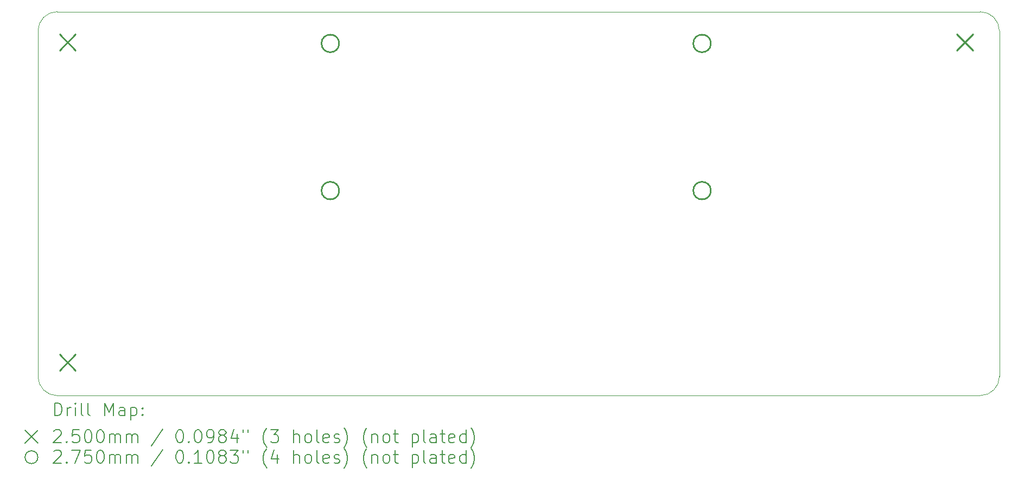
<source format=gbr>
%TF.GenerationSoftware,KiCad,Pcbnew,9.0.2*%
%TF.CreationDate,2025-06-30T23:43:06-04:00*%
%TF.ProjectId,GamePad_Zero,47616d65-5061-4645-9f5a-65726f2e6b69,rev?*%
%TF.SameCoordinates,Original*%
%TF.FileFunction,Drillmap*%
%TF.FilePolarity,Positive*%
%FSLAX45Y45*%
G04 Gerber Fmt 4.5, Leading zero omitted, Abs format (unit mm)*
G04 Created by KiCad (PCBNEW 9.0.2) date 2025-06-30 23:43:06*
%MOMM*%
%LPD*%
G01*
G04 APERTURE LIST*
%ADD10C,0.050000*%
%ADD11C,0.200000*%
%ADD12C,0.250000*%
%ADD13C,0.275000*%
G04 APERTURE END LIST*
D10*
X339125Y-6020625D02*
G75*
G02*
X39125Y-5720625I0J300000D01*
G01*
X39125Y-320625D02*
G75*
G02*
X339125Y-20625I300000J0D01*
G01*
X15039125Y-320625D02*
X15039125Y-5720625D01*
X14739125Y-6020625D02*
X339125Y-6020625D01*
X15039125Y-5720625D02*
G75*
G02*
X14739125Y-6020625I-300005J5D01*
G01*
X339125Y-20625D02*
X14739125Y-20625D01*
X39125Y-5720625D02*
X39125Y-320625D01*
X14739125Y-20625D02*
G75*
G02*
X15039125Y-320625I-5J-300005D01*
G01*
D11*
D12*
X375000Y-375000D02*
X625000Y-625000D01*
X625000Y-375000D02*
X375000Y-625000D01*
X375000Y-5375000D02*
X625000Y-5625000D01*
X625000Y-5375000D02*
X375000Y-5625000D01*
X14375000Y-375000D02*
X14625000Y-625000D01*
X14625000Y-375000D02*
X14375000Y-625000D01*
D13*
X4737500Y-516875D02*
G75*
G02*
X4462500Y-516875I-137500J0D01*
G01*
X4462500Y-516875D02*
G75*
G02*
X4737500Y-516875I137500J0D01*
G01*
X4737500Y-2816875D02*
G75*
G02*
X4462500Y-2816875I-137500J0D01*
G01*
X4462500Y-2816875D02*
G75*
G02*
X4737500Y-2816875I137500J0D01*
G01*
X10537500Y-516875D02*
G75*
G02*
X10262500Y-516875I-137500J0D01*
G01*
X10262500Y-516875D02*
G75*
G02*
X10537500Y-516875I137500J0D01*
G01*
X10537500Y-2816875D02*
G75*
G02*
X10262500Y-2816875I-137500J0D01*
G01*
X10262500Y-2816875D02*
G75*
G02*
X10537500Y-2816875I137500J0D01*
G01*
D11*
X297402Y-6334609D02*
X297402Y-6134609D01*
X297402Y-6134609D02*
X345021Y-6134609D01*
X345021Y-6134609D02*
X373592Y-6144133D01*
X373592Y-6144133D02*
X392640Y-6163180D01*
X392640Y-6163180D02*
X402164Y-6182228D01*
X402164Y-6182228D02*
X411687Y-6220323D01*
X411687Y-6220323D02*
X411687Y-6248894D01*
X411687Y-6248894D02*
X402164Y-6286990D01*
X402164Y-6286990D02*
X392640Y-6306037D01*
X392640Y-6306037D02*
X373592Y-6325085D01*
X373592Y-6325085D02*
X345021Y-6334609D01*
X345021Y-6334609D02*
X297402Y-6334609D01*
X497402Y-6334609D02*
X497402Y-6201275D01*
X497402Y-6239371D02*
X506926Y-6220323D01*
X506926Y-6220323D02*
X516449Y-6210799D01*
X516449Y-6210799D02*
X535497Y-6201275D01*
X535497Y-6201275D02*
X554545Y-6201275D01*
X621211Y-6334609D02*
X621211Y-6201275D01*
X621211Y-6134609D02*
X611688Y-6144133D01*
X611688Y-6144133D02*
X621211Y-6153656D01*
X621211Y-6153656D02*
X630735Y-6144133D01*
X630735Y-6144133D02*
X621211Y-6134609D01*
X621211Y-6134609D02*
X621211Y-6153656D01*
X745021Y-6334609D02*
X725973Y-6325085D01*
X725973Y-6325085D02*
X716449Y-6306037D01*
X716449Y-6306037D02*
X716449Y-6134609D01*
X849783Y-6334609D02*
X830735Y-6325085D01*
X830735Y-6325085D02*
X821211Y-6306037D01*
X821211Y-6306037D02*
X821211Y-6134609D01*
X1078354Y-6334609D02*
X1078354Y-6134609D01*
X1078354Y-6134609D02*
X1145021Y-6277466D01*
X1145021Y-6277466D02*
X1211688Y-6134609D01*
X1211688Y-6134609D02*
X1211688Y-6334609D01*
X1392640Y-6334609D02*
X1392640Y-6229847D01*
X1392640Y-6229847D02*
X1383116Y-6210799D01*
X1383116Y-6210799D02*
X1364069Y-6201275D01*
X1364069Y-6201275D02*
X1325973Y-6201275D01*
X1325973Y-6201275D02*
X1306926Y-6210799D01*
X1392640Y-6325085D02*
X1373592Y-6334609D01*
X1373592Y-6334609D02*
X1325973Y-6334609D01*
X1325973Y-6334609D02*
X1306926Y-6325085D01*
X1306926Y-6325085D02*
X1297402Y-6306037D01*
X1297402Y-6306037D02*
X1297402Y-6286990D01*
X1297402Y-6286990D02*
X1306926Y-6267942D01*
X1306926Y-6267942D02*
X1325973Y-6258418D01*
X1325973Y-6258418D02*
X1373592Y-6258418D01*
X1373592Y-6258418D02*
X1392640Y-6248894D01*
X1487878Y-6201275D02*
X1487878Y-6401275D01*
X1487878Y-6210799D02*
X1506926Y-6201275D01*
X1506926Y-6201275D02*
X1545021Y-6201275D01*
X1545021Y-6201275D02*
X1564068Y-6210799D01*
X1564068Y-6210799D02*
X1573592Y-6220323D01*
X1573592Y-6220323D02*
X1583116Y-6239371D01*
X1583116Y-6239371D02*
X1583116Y-6296513D01*
X1583116Y-6296513D02*
X1573592Y-6315561D01*
X1573592Y-6315561D02*
X1564068Y-6325085D01*
X1564068Y-6325085D02*
X1545021Y-6334609D01*
X1545021Y-6334609D02*
X1506926Y-6334609D01*
X1506926Y-6334609D02*
X1487878Y-6325085D01*
X1668830Y-6315561D02*
X1678354Y-6325085D01*
X1678354Y-6325085D02*
X1668830Y-6334609D01*
X1668830Y-6334609D02*
X1659307Y-6325085D01*
X1659307Y-6325085D02*
X1668830Y-6315561D01*
X1668830Y-6315561D02*
X1668830Y-6334609D01*
X1668830Y-6210799D02*
X1678354Y-6220323D01*
X1678354Y-6220323D02*
X1668830Y-6229847D01*
X1668830Y-6229847D02*
X1659307Y-6220323D01*
X1659307Y-6220323D02*
X1668830Y-6210799D01*
X1668830Y-6210799D02*
X1668830Y-6229847D01*
X-163375Y-6563125D02*
X36625Y-6763125D01*
X36625Y-6563125D02*
X-163375Y-6763125D01*
X287878Y-6573656D02*
X297402Y-6564133D01*
X297402Y-6564133D02*
X316449Y-6554609D01*
X316449Y-6554609D02*
X364068Y-6554609D01*
X364068Y-6554609D02*
X383116Y-6564133D01*
X383116Y-6564133D02*
X392640Y-6573656D01*
X392640Y-6573656D02*
X402164Y-6592704D01*
X402164Y-6592704D02*
X402164Y-6611752D01*
X402164Y-6611752D02*
X392640Y-6640323D01*
X392640Y-6640323D02*
X278354Y-6754609D01*
X278354Y-6754609D02*
X402164Y-6754609D01*
X487878Y-6735561D02*
X497402Y-6745085D01*
X497402Y-6745085D02*
X487878Y-6754609D01*
X487878Y-6754609D02*
X478354Y-6745085D01*
X478354Y-6745085D02*
X487878Y-6735561D01*
X487878Y-6735561D02*
X487878Y-6754609D01*
X678354Y-6554609D02*
X583116Y-6554609D01*
X583116Y-6554609D02*
X573592Y-6649847D01*
X573592Y-6649847D02*
X583116Y-6640323D01*
X583116Y-6640323D02*
X602164Y-6630799D01*
X602164Y-6630799D02*
X649783Y-6630799D01*
X649783Y-6630799D02*
X668830Y-6640323D01*
X668830Y-6640323D02*
X678354Y-6649847D01*
X678354Y-6649847D02*
X687878Y-6668894D01*
X687878Y-6668894D02*
X687878Y-6716513D01*
X687878Y-6716513D02*
X678354Y-6735561D01*
X678354Y-6735561D02*
X668830Y-6745085D01*
X668830Y-6745085D02*
X649783Y-6754609D01*
X649783Y-6754609D02*
X602164Y-6754609D01*
X602164Y-6754609D02*
X583116Y-6745085D01*
X583116Y-6745085D02*
X573592Y-6735561D01*
X811687Y-6554609D02*
X830735Y-6554609D01*
X830735Y-6554609D02*
X849783Y-6564133D01*
X849783Y-6564133D02*
X859307Y-6573656D01*
X859307Y-6573656D02*
X868830Y-6592704D01*
X868830Y-6592704D02*
X878354Y-6630799D01*
X878354Y-6630799D02*
X878354Y-6678418D01*
X878354Y-6678418D02*
X868830Y-6716513D01*
X868830Y-6716513D02*
X859307Y-6735561D01*
X859307Y-6735561D02*
X849783Y-6745085D01*
X849783Y-6745085D02*
X830735Y-6754609D01*
X830735Y-6754609D02*
X811687Y-6754609D01*
X811687Y-6754609D02*
X792640Y-6745085D01*
X792640Y-6745085D02*
X783116Y-6735561D01*
X783116Y-6735561D02*
X773592Y-6716513D01*
X773592Y-6716513D02*
X764068Y-6678418D01*
X764068Y-6678418D02*
X764068Y-6630799D01*
X764068Y-6630799D02*
X773592Y-6592704D01*
X773592Y-6592704D02*
X783116Y-6573656D01*
X783116Y-6573656D02*
X792640Y-6564133D01*
X792640Y-6564133D02*
X811687Y-6554609D01*
X1002164Y-6554609D02*
X1021211Y-6554609D01*
X1021211Y-6554609D02*
X1040259Y-6564133D01*
X1040259Y-6564133D02*
X1049783Y-6573656D01*
X1049783Y-6573656D02*
X1059307Y-6592704D01*
X1059307Y-6592704D02*
X1068830Y-6630799D01*
X1068830Y-6630799D02*
X1068830Y-6678418D01*
X1068830Y-6678418D02*
X1059307Y-6716513D01*
X1059307Y-6716513D02*
X1049783Y-6735561D01*
X1049783Y-6735561D02*
X1040259Y-6745085D01*
X1040259Y-6745085D02*
X1021211Y-6754609D01*
X1021211Y-6754609D02*
X1002164Y-6754609D01*
X1002164Y-6754609D02*
X983116Y-6745085D01*
X983116Y-6745085D02*
X973592Y-6735561D01*
X973592Y-6735561D02*
X964068Y-6716513D01*
X964068Y-6716513D02*
X954545Y-6678418D01*
X954545Y-6678418D02*
X954545Y-6630799D01*
X954545Y-6630799D02*
X964068Y-6592704D01*
X964068Y-6592704D02*
X973592Y-6573656D01*
X973592Y-6573656D02*
X983116Y-6564133D01*
X983116Y-6564133D02*
X1002164Y-6554609D01*
X1154545Y-6754609D02*
X1154545Y-6621275D01*
X1154545Y-6640323D02*
X1164069Y-6630799D01*
X1164069Y-6630799D02*
X1183116Y-6621275D01*
X1183116Y-6621275D02*
X1211688Y-6621275D01*
X1211688Y-6621275D02*
X1230735Y-6630799D01*
X1230735Y-6630799D02*
X1240259Y-6649847D01*
X1240259Y-6649847D02*
X1240259Y-6754609D01*
X1240259Y-6649847D02*
X1249783Y-6630799D01*
X1249783Y-6630799D02*
X1268830Y-6621275D01*
X1268830Y-6621275D02*
X1297402Y-6621275D01*
X1297402Y-6621275D02*
X1316450Y-6630799D01*
X1316450Y-6630799D02*
X1325973Y-6649847D01*
X1325973Y-6649847D02*
X1325973Y-6754609D01*
X1421211Y-6754609D02*
X1421211Y-6621275D01*
X1421211Y-6640323D02*
X1430735Y-6630799D01*
X1430735Y-6630799D02*
X1449783Y-6621275D01*
X1449783Y-6621275D02*
X1478354Y-6621275D01*
X1478354Y-6621275D02*
X1497402Y-6630799D01*
X1497402Y-6630799D02*
X1506926Y-6649847D01*
X1506926Y-6649847D02*
X1506926Y-6754609D01*
X1506926Y-6649847D02*
X1516449Y-6630799D01*
X1516449Y-6630799D02*
X1535497Y-6621275D01*
X1535497Y-6621275D02*
X1564068Y-6621275D01*
X1564068Y-6621275D02*
X1583116Y-6630799D01*
X1583116Y-6630799D02*
X1592640Y-6649847D01*
X1592640Y-6649847D02*
X1592640Y-6754609D01*
X1983116Y-6545085D02*
X1811688Y-6802228D01*
X2240259Y-6554609D02*
X2259307Y-6554609D01*
X2259307Y-6554609D02*
X2278354Y-6564133D01*
X2278354Y-6564133D02*
X2287878Y-6573656D01*
X2287878Y-6573656D02*
X2297402Y-6592704D01*
X2297402Y-6592704D02*
X2306926Y-6630799D01*
X2306926Y-6630799D02*
X2306926Y-6678418D01*
X2306926Y-6678418D02*
X2297402Y-6716513D01*
X2297402Y-6716513D02*
X2287878Y-6735561D01*
X2287878Y-6735561D02*
X2278354Y-6745085D01*
X2278354Y-6745085D02*
X2259307Y-6754609D01*
X2259307Y-6754609D02*
X2240259Y-6754609D01*
X2240259Y-6754609D02*
X2221212Y-6745085D01*
X2221212Y-6745085D02*
X2211688Y-6735561D01*
X2211688Y-6735561D02*
X2202164Y-6716513D01*
X2202164Y-6716513D02*
X2192640Y-6678418D01*
X2192640Y-6678418D02*
X2192640Y-6630799D01*
X2192640Y-6630799D02*
X2202164Y-6592704D01*
X2202164Y-6592704D02*
X2211688Y-6573656D01*
X2211688Y-6573656D02*
X2221212Y-6564133D01*
X2221212Y-6564133D02*
X2240259Y-6554609D01*
X2392640Y-6735561D02*
X2402164Y-6745085D01*
X2402164Y-6745085D02*
X2392640Y-6754609D01*
X2392640Y-6754609D02*
X2383116Y-6745085D01*
X2383116Y-6745085D02*
X2392640Y-6735561D01*
X2392640Y-6735561D02*
X2392640Y-6754609D01*
X2525973Y-6554609D02*
X2545021Y-6554609D01*
X2545021Y-6554609D02*
X2564069Y-6564133D01*
X2564069Y-6564133D02*
X2573593Y-6573656D01*
X2573593Y-6573656D02*
X2583116Y-6592704D01*
X2583116Y-6592704D02*
X2592640Y-6630799D01*
X2592640Y-6630799D02*
X2592640Y-6678418D01*
X2592640Y-6678418D02*
X2583116Y-6716513D01*
X2583116Y-6716513D02*
X2573593Y-6735561D01*
X2573593Y-6735561D02*
X2564069Y-6745085D01*
X2564069Y-6745085D02*
X2545021Y-6754609D01*
X2545021Y-6754609D02*
X2525973Y-6754609D01*
X2525973Y-6754609D02*
X2506926Y-6745085D01*
X2506926Y-6745085D02*
X2497402Y-6735561D01*
X2497402Y-6735561D02*
X2487878Y-6716513D01*
X2487878Y-6716513D02*
X2478354Y-6678418D01*
X2478354Y-6678418D02*
X2478354Y-6630799D01*
X2478354Y-6630799D02*
X2487878Y-6592704D01*
X2487878Y-6592704D02*
X2497402Y-6573656D01*
X2497402Y-6573656D02*
X2506926Y-6564133D01*
X2506926Y-6564133D02*
X2525973Y-6554609D01*
X2687878Y-6754609D02*
X2725973Y-6754609D01*
X2725973Y-6754609D02*
X2745021Y-6745085D01*
X2745021Y-6745085D02*
X2754545Y-6735561D01*
X2754545Y-6735561D02*
X2773593Y-6706990D01*
X2773593Y-6706990D02*
X2783116Y-6668894D01*
X2783116Y-6668894D02*
X2783116Y-6592704D01*
X2783116Y-6592704D02*
X2773593Y-6573656D01*
X2773593Y-6573656D02*
X2764069Y-6564133D01*
X2764069Y-6564133D02*
X2745021Y-6554609D01*
X2745021Y-6554609D02*
X2706926Y-6554609D01*
X2706926Y-6554609D02*
X2687878Y-6564133D01*
X2687878Y-6564133D02*
X2678354Y-6573656D01*
X2678354Y-6573656D02*
X2668831Y-6592704D01*
X2668831Y-6592704D02*
X2668831Y-6640323D01*
X2668831Y-6640323D02*
X2678354Y-6659371D01*
X2678354Y-6659371D02*
X2687878Y-6668894D01*
X2687878Y-6668894D02*
X2706926Y-6678418D01*
X2706926Y-6678418D02*
X2745021Y-6678418D01*
X2745021Y-6678418D02*
X2764069Y-6668894D01*
X2764069Y-6668894D02*
X2773593Y-6659371D01*
X2773593Y-6659371D02*
X2783116Y-6640323D01*
X2897402Y-6640323D02*
X2878354Y-6630799D01*
X2878354Y-6630799D02*
X2868831Y-6621275D01*
X2868831Y-6621275D02*
X2859307Y-6602228D01*
X2859307Y-6602228D02*
X2859307Y-6592704D01*
X2859307Y-6592704D02*
X2868831Y-6573656D01*
X2868831Y-6573656D02*
X2878354Y-6564133D01*
X2878354Y-6564133D02*
X2897402Y-6554609D01*
X2897402Y-6554609D02*
X2935497Y-6554609D01*
X2935497Y-6554609D02*
X2954545Y-6564133D01*
X2954545Y-6564133D02*
X2964069Y-6573656D01*
X2964069Y-6573656D02*
X2973592Y-6592704D01*
X2973592Y-6592704D02*
X2973592Y-6602228D01*
X2973592Y-6602228D02*
X2964069Y-6621275D01*
X2964069Y-6621275D02*
X2954545Y-6630799D01*
X2954545Y-6630799D02*
X2935497Y-6640323D01*
X2935497Y-6640323D02*
X2897402Y-6640323D01*
X2897402Y-6640323D02*
X2878354Y-6649847D01*
X2878354Y-6649847D02*
X2868831Y-6659371D01*
X2868831Y-6659371D02*
X2859307Y-6678418D01*
X2859307Y-6678418D02*
X2859307Y-6716513D01*
X2859307Y-6716513D02*
X2868831Y-6735561D01*
X2868831Y-6735561D02*
X2878354Y-6745085D01*
X2878354Y-6745085D02*
X2897402Y-6754609D01*
X2897402Y-6754609D02*
X2935497Y-6754609D01*
X2935497Y-6754609D02*
X2954545Y-6745085D01*
X2954545Y-6745085D02*
X2964069Y-6735561D01*
X2964069Y-6735561D02*
X2973592Y-6716513D01*
X2973592Y-6716513D02*
X2973592Y-6678418D01*
X2973592Y-6678418D02*
X2964069Y-6659371D01*
X2964069Y-6659371D02*
X2954545Y-6649847D01*
X2954545Y-6649847D02*
X2935497Y-6640323D01*
X3145021Y-6621275D02*
X3145021Y-6754609D01*
X3097402Y-6545085D02*
X3049783Y-6687942D01*
X3049783Y-6687942D02*
X3173592Y-6687942D01*
X3240259Y-6554609D02*
X3240259Y-6592704D01*
X3316450Y-6554609D02*
X3316450Y-6592704D01*
X3611688Y-6830799D02*
X3602164Y-6821275D01*
X3602164Y-6821275D02*
X3583116Y-6792704D01*
X3583116Y-6792704D02*
X3573593Y-6773656D01*
X3573593Y-6773656D02*
X3564069Y-6745085D01*
X3564069Y-6745085D02*
X3554545Y-6697466D01*
X3554545Y-6697466D02*
X3554545Y-6659371D01*
X3554545Y-6659371D02*
X3564069Y-6611752D01*
X3564069Y-6611752D02*
X3573593Y-6583180D01*
X3573593Y-6583180D02*
X3583116Y-6564133D01*
X3583116Y-6564133D02*
X3602164Y-6535561D01*
X3602164Y-6535561D02*
X3611688Y-6526037D01*
X3668831Y-6554609D02*
X3792640Y-6554609D01*
X3792640Y-6554609D02*
X3725973Y-6630799D01*
X3725973Y-6630799D02*
X3754545Y-6630799D01*
X3754545Y-6630799D02*
X3773593Y-6640323D01*
X3773593Y-6640323D02*
X3783116Y-6649847D01*
X3783116Y-6649847D02*
X3792640Y-6668894D01*
X3792640Y-6668894D02*
X3792640Y-6716513D01*
X3792640Y-6716513D02*
X3783116Y-6735561D01*
X3783116Y-6735561D02*
X3773593Y-6745085D01*
X3773593Y-6745085D02*
X3754545Y-6754609D01*
X3754545Y-6754609D02*
X3697402Y-6754609D01*
X3697402Y-6754609D02*
X3678354Y-6745085D01*
X3678354Y-6745085D02*
X3668831Y-6735561D01*
X4030735Y-6754609D02*
X4030735Y-6554609D01*
X4116450Y-6754609D02*
X4116450Y-6649847D01*
X4116450Y-6649847D02*
X4106926Y-6630799D01*
X4106926Y-6630799D02*
X4087878Y-6621275D01*
X4087878Y-6621275D02*
X4059307Y-6621275D01*
X4059307Y-6621275D02*
X4040259Y-6630799D01*
X4040259Y-6630799D02*
X4030735Y-6640323D01*
X4240259Y-6754609D02*
X4221212Y-6745085D01*
X4221212Y-6745085D02*
X4211688Y-6735561D01*
X4211688Y-6735561D02*
X4202164Y-6716513D01*
X4202164Y-6716513D02*
X4202164Y-6659371D01*
X4202164Y-6659371D02*
X4211688Y-6640323D01*
X4211688Y-6640323D02*
X4221212Y-6630799D01*
X4221212Y-6630799D02*
X4240259Y-6621275D01*
X4240259Y-6621275D02*
X4268831Y-6621275D01*
X4268831Y-6621275D02*
X4287878Y-6630799D01*
X4287878Y-6630799D02*
X4297402Y-6640323D01*
X4297402Y-6640323D02*
X4306926Y-6659371D01*
X4306926Y-6659371D02*
X4306926Y-6716513D01*
X4306926Y-6716513D02*
X4297402Y-6735561D01*
X4297402Y-6735561D02*
X4287878Y-6745085D01*
X4287878Y-6745085D02*
X4268831Y-6754609D01*
X4268831Y-6754609D02*
X4240259Y-6754609D01*
X4421212Y-6754609D02*
X4402164Y-6745085D01*
X4402164Y-6745085D02*
X4392640Y-6726037D01*
X4392640Y-6726037D02*
X4392640Y-6554609D01*
X4573593Y-6745085D02*
X4554545Y-6754609D01*
X4554545Y-6754609D02*
X4516450Y-6754609D01*
X4516450Y-6754609D02*
X4497402Y-6745085D01*
X4497402Y-6745085D02*
X4487878Y-6726037D01*
X4487878Y-6726037D02*
X4487878Y-6649847D01*
X4487878Y-6649847D02*
X4497402Y-6630799D01*
X4497402Y-6630799D02*
X4516450Y-6621275D01*
X4516450Y-6621275D02*
X4554545Y-6621275D01*
X4554545Y-6621275D02*
X4573593Y-6630799D01*
X4573593Y-6630799D02*
X4583117Y-6649847D01*
X4583117Y-6649847D02*
X4583117Y-6668894D01*
X4583117Y-6668894D02*
X4487878Y-6687942D01*
X4659307Y-6745085D02*
X4678355Y-6754609D01*
X4678355Y-6754609D02*
X4716450Y-6754609D01*
X4716450Y-6754609D02*
X4735498Y-6745085D01*
X4735498Y-6745085D02*
X4745021Y-6726037D01*
X4745021Y-6726037D02*
X4745021Y-6716513D01*
X4745021Y-6716513D02*
X4735498Y-6697466D01*
X4735498Y-6697466D02*
X4716450Y-6687942D01*
X4716450Y-6687942D02*
X4687878Y-6687942D01*
X4687878Y-6687942D02*
X4668831Y-6678418D01*
X4668831Y-6678418D02*
X4659307Y-6659371D01*
X4659307Y-6659371D02*
X4659307Y-6649847D01*
X4659307Y-6649847D02*
X4668831Y-6630799D01*
X4668831Y-6630799D02*
X4687878Y-6621275D01*
X4687878Y-6621275D02*
X4716450Y-6621275D01*
X4716450Y-6621275D02*
X4735498Y-6630799D01*
X4811688Y-6830799D02*
X4821212Y-6821275D01*
X4821212Y-6821275D02*
X4840259Y-6792704D01*
X4840259Y-6792704D02*
X4849783Y-6773656D01*
X4849783Y-6773656D02*
X4859307Y-6745085D01*
X4859307Y-6745085D02*
X4868831Y-6697466D01*
X4868831Y-6697466D02*
X4868831Y-6659371D01*
X4868831Y-6659371D02*
X4859307Y-6611752D01*
X4859307Y-6611752D02*
X4849783Y-6583180D01*
X4849783Y-6583180D02*
X4840259Y-6564133D01*
X4840259Y-6564133D02*
X4821212Y-6535561D01*
X4821212Y-6535561D02*
X4811688Y-6526037D01*
X5173593Y-6830799D02*
X5164069Y-6821275D01*
X5164069Y-6821275D02*
X5145021Y-6792704D01*
X5145021Y-6792704D02*
X5135498Y-6773656D01*
X5135498Y-6773656D02*
X5125974Y-6745085D01*
X5125974Y-6745085D02*
X5116450Y-6697466D01*
X5116450Y-6697466D02*
X5116450Y-6659371D01*
X5116450Y-6659371D02*
X5125974Y-6611752D01*
X5125974Y-6611752D02*
X5135498Y-6583180D01*
X5135498Y-6583180D02*
X5145021Y-6564133D01*
X5145021Y-6564133D02*
X5164069Y-6535561D01*
X5164069Y-6535561D02*
X5173593Y-6526037D01*
X5249783Y-6621275D02*
X5249783Y-6754609D01*
X5249783Y-6640323D02*
X5259307Y-6630799D01*
X5259307Y-6630799D02*
X5278355Y-6621275D01*
X5278355Y-6621275D02*
X5306926Y-6621275D01*
X5306926Y-6621275D02*
X5325974Y-6630799D01*
X5325974Y-6630799D02*
X5335498Y-6649847D01*
X5335498Y-6649847D02*
X5335498Y-6754609D01*
X5459307Y-6754609D02*
X5440259Y-6745085D01*
X5440259Y-6745085D02*
X5430736Y-6735561D01*
X5430736Y-6735561D02*
X5421212Y-6716513D01*
X5421212Y-6716513D02*
X5421212Y-6659371D01*
X5421212Y-6659371D02*
X5430736Y-6640323D01*
X5430736Y-6640323D02*
X5440259Y-6630799D01*
X5440259Y-6630799D02*
X5459307Y-6621275D01*
X5459307Y-6621275D02*
X5487879Y-6621275D01*
X5487879Y-6621275D02*
X5506926Y-6630799D01*
X5506926Y-6630799D02*
X5516450Y-6640323D01*
X5516450Y-6640323D02*
X5525974Y-6659371D01*
X5525974Y-6659371D02*
X5525974Y-6716513D01*
X5525974Y-6716513D02*
X5516450Y-6735561D01*
X5516450Y-6735561D02*
X5506926Y-6745085D01*
X5506926Y-6745085D02*
X5487879Y-6754609D01*
X5487879Y-6754609D02*
X5459307Y-6754609D01*
X5583117Y-6621275D02*
X5659307Y-6621275D01*
X5611688Y-6554609D02*
X5611688Y-6726037D01*
X5611688Y-6726037D02*
X5621212Y-6745085D01*
X5621212Y-6745085D02*
X5640259Y-6754609D01*
X5640259Y-6754609D02*
X5659307Y-6754609D01*
X5878355Y-6621275D02*
X5878355Y-6821275D01*
X5878355Y-6630799D02*
X5897402Y-6621275D01*
X5897402Y-6621275D02*
X5935498Y-6621275D01*
X5935498Y-6621275D02*
X5954545Y-6630799D01*
X5954545Y-6630799D02*
X5964069Y-6640323D01*
X5964069Y-6640323D02*
X5973593Y-6659371D01*
X5973593Y-6659371D02*
X5973593Y-6716513D01*
X5973593Y-6716513D02*
X5964069Y-6735561D01*
X5964069Y-6735561D02*
X5954545Y-6745085D01*
X5954545Y-6745085D02*
X5935498Y-6754609D01*
X5935498Y-6754609D02*
X5897402Y-6754609D01*
X5897402Y-6754609D02*
X5878355Y-6745085D01*
X6087878Y-6754609D02*
X6068831Y-6745085D01*
X6068831Y-6745085D02*
X6059307Y-6726037D01*
X6059307Y-6726037D02*
X6059307Y-6554609D01*
X6249783Y-6754609D02*
X6249783Y-6649847D01*
X6249783Y-6649847D02*
X6240259Y-6630799D01*
X6240259Y-6630799D02*
X6221212Y-6621275D01*
X6221212Y-6621275D02*
X6183117Y-6621275D01*
X6183117Y-6621275D02*
X6164069Y-6630799D01*
X6249783Y-6745085D02*
X6230736Y-6754609D01*
X6230736Y-6754609D02*
X6183117Y-6754609D01*
X6183117Y-6754609D02*
X6164069Y-6745085D01*
X6164069Y-6745085D02*
X6154545Y-6726037D01*
X6154545Y-6726037D02*
X6154545Y-6706990D01*
X6154545Y-6706990D02*
X6164069Y-6687942D01*
X6164069Y-6687942D02*
X6183117Y-6678418D01*
X6183117Y-6678418D02*
X6230736Y-6678418D01*
X6230736Y-6678418D02*
X6249783Y-6668894D01*
X6316450Y-6621275D02*
X6392640Y-6621275D01*
X6345021Y-6554609D02*
X6345021Y-6726037D01*
X6345021Y-6726037D02*
X6354545Y-6745085D01*
X6354545Y-6745085D02*
X6373593Y-6754609D01*
X6373593Y-6754609D02*
X6392640Y-6754609D01*
X6535498Y-6745085D02*
X6516450Y-6754609D01*
X6516450Y-6754609D02*
X6478355Y-6754609D01*
X6478355Y-6754609D02*
X6459307Y-6745085D01*
X6459307Y-6745085D02*
X6449783Y-6726037D01*
X6449783Y-6726037D02*
X6449783Y-6649847D01*
X6449783Y-6649847D02*
X6459307Y-6630799D01*
X6459307Y-6630799D02*
X6478355Y-6621275D01*
X6478355Y-6621275D02*
X6516450Y-6621275D01*
X6516450Y-6621275D02*
X6535498Y-6630799D01*
X6535498Y-6630799D02*
X6545021Y-6649847D01*
X6545021Y-6649847D02*
X6545021Y-6668894D01*
X6545021Y-6668894D02*
X6449783Y-6687942D01*
X6716450Y-6754609D02*
X6716450Y-6554609D01*
X6716450Y-6745085D02*
X6697402Y-6754609D01*
X6697402Y-6754609D02*
X6659307Y-6754609D01*
X6659307Y-6754609D02*
X6640259Y-6745085D01*
X6640259Y-6745085D02*
X6630736Y-6735561D01*
X6630736Y-6735561D02*
X6621212Y-6716513D01*
X6621212Y-6716513D02*
X6621212Y-6659371D01*
X6621212Y-6659371D02*
X6630736Y-6640323D01*
X6630736Y-6640323D02*
X6640259Y-6630799D01*
X6640259Y-6630799D02*
X6659307Y-6621275D01*
X6659307Y-6621275D02*
X6697402Y-6621275D01*
X6697402Y-6621275D02*
X6716450Y-6630799D01*
X6792640Y-6830799D02*
X6802164Y-6821275D01*
X6802164Y-6821275D02*
X6821212Y-6792704D01*
X6821212Y-6792704D02*
X6830736Y-6773656D01*
X6830736Y-6773656D02*
X6840259Y-6745085D01*
X6840259Y-6745085D02*
X6849783Y-6697466D01*
X6849783Y-6697466D02*
X6849783Y-6659371D01*
X6849783Y-6659371D02*
X6840259Y-6611752D01*
X6840259Y-6611752D02*
X6830736Y-6583180D01*
X6830736Y-6583180D02*
X6821212Y-6564133D01*
X6821212Y-6564133D02*
X6802164Y-6535561D01*
X6802164Y-6535561D02*
X6792640Y-6526037D01*
X36625Y-6983125D02*
G75*
G02*
X-163375Y-6983125I-100000J0D01*
G01*
X-163375Y-6983125D02*
G75*
G02*
X36625Y-6983125I100000J0D01*
G01*
X287878Y-6893656D02*
X297402Y-6884133D01*
X297402Y-6884133D02*
X316449Y-6874609D01*
X316449Y-6874609D02*
X364068Y-6874609D01*
X364068Y-6874609D02*
X383116Y-6884133D01*
X383116Y-6884133D02*
X392640Y-6893656D01*
X392640Y-6893656D02*
X402164Y-6912704D01*
X402164Y-6912704D02*
X402164Y-6931752D01*
X402164Y-6931752D02*
X392640Y-6960323D01*
X392640Y-6960323D02*
X278354Y-7074609D01*
X278354Y-7074609D02*
X402164Y-7074609D01*
X487878Y-7055561D02*
X497402Y-7065085D01*
X497402Y-7065085D02*
X487878Y-7074609D01*
X487878Y-7074609D02*
X478354Y-7065085D01*
X478354Y-7065085D02*
X487878Y-7055561D01*
X487878Y-7055561D02*
X487878Y-7074609D01*
X564069Y-6874609D02*
X697402Y-6874609D01*
X697402Y-6874609D02*
X611688Y-7074609D01*
X868830Y-6874609D02*
X773592Y-6874609D01*
X773592Y-6874609D02*
X764068Y-6969847D01*
X764068Y-6969847D02*
X773592Y-6960323D01*
X773592Y-6960323D02*
X792640Y-6950799D01*
X792640Y-6950799D02*
X840259Y-6950799D01*
X840259Y-6950799D02*
X859307Y-6960323D01*
X859307Y-6960323D02*
X868830Y-6969847D01*
X868830Y-6969847D02*
X878354Y-6988894D01*
X878354Y-6988894D02*
X878354Y-7036513D01*
X878354Y-7036513D02*
X868830Y-7055561D01*
X868830Y-7055561D02*
X859307Y-7065085D01*
X859307Y-7065085D02*
X840259Y-7074609D01*
X840259Y-7074609D02*
X792640Y-7074609D01*
X792640Y-7074609D02*
X773592Y-7065085D01*
X773592Y-7065085D02*
X764068Y-7055561D01*
X1002164Y-6874609D02*
X1021211Y-6874609D01*
X1021211Y-6874609D02*
X1040259Y-6884133D01*
X1040259Y-6884133D02*
X1049783Y-6893656D01*
X1049783Y-6893656D02*
X1059307Y-6912704D01*
X1059307Y-6912704D02*
X1068830Y-6950799D01*
X1068830Y-6950799D02*
X1068830Y-6998418D01*
X1068830Y-6998418D02*
X1059307Y-7036513D01*
X1059307Y-7036513D02*
X1049783Y-7055561D01*
X1049783Y-7055561D02*
X1040259Y-7065085D01*
X1040259Y-7065085D02*
X1021211Y-7074609D01*
X1021211Y-7074609D02*
X1002164Y-7074609D01*
X1002164Y-7074609D02*
X983116Y-7065085D01*
X983116Y-7065085D02*
X973592Y-7055561D01*
X973592Y-7055561D02*
X964068Y-7036513D01*
X964068Y-7036513D02*
X954545Y-6998418D01*
X954545Y-6998418D02*
X954545Y-6950799D01*
X954545Y-6950799D02*
X964068Y-6912704D01*
X964068Y-6912704D02*
X973592Y-6893656D01*
X973592Y-6893656D02*
X983116Y-6884133D01*
X983116Y-6884133D02*
X1002164Y-6874609D01*
X1154545Y-7074609D02*
X1154545Y-6941275D01*
X1154545Y-6960323D02*
X1164069Y-6950799D01*
X1164069Y-6950799D02*
X1183116Y-6941275D01*
X1183116Y-6941275D02*
X1211688Y-6941275D01*
X1211688Y-6941275D02*
X1230735Y-6950799D01*
X1230735Y-6950799D02*
X1240259Y-6969847D01*
X1240259Y-6969847D02*
X1240259Y-7074609D01*
X1240259Y-6969847D02*
X1249783Y-6950799D01*
X1249783Y-6950799D02*
X1268830Y-6941275D01*
X1268830Y-6941275D02*
X1297402Y-6941275D01*
X1297402Y-6941275D02*
X1316450Y-6950799D01*
X1316450Y-6950799D02*
X1325973Y-6969847D01*
X1325973Y-6969847D02*
X1325973Y-7074609D01*
X1421211Y-7074609D02*
X1421211Y-6941275D01*
X1421211Y-6960323D02*
X1430735Y-6950799D01*
X1430735Y-6950799D02*
X1449783Y-6941275D01*
X1449783Y-6941275D02*
X1478354Y-6941275D01*
X1478354Y-6941275D02*
X1497402Y-6950799D01*
X1497402Y-6950799D02*
X1506926Y-6969847D01*
X1506926Y-6969847D02*
X1506926Y-7074609D01*
X1506926Y-6969847D02*
X1516449Y-6950799D01*
X1516449Y-6950799D02*
X1535497Y-6941275D01*
X1535497Y-6941275D02*
X1564068Y-6941275D01*
X1564068Y-6941275D02*
X1583116Y-6950799D01*
X1583116Y-6950799D02*
X1592640Y-6969847D01*
X1592640Y-6969847D02*
X1592640Y-7074609D01*
X1983116Y-6865085D02*
X1811688Y-7122228D01*
X2240259Y-6874609D02*
X2259307Y-6874609D01*
X2259307Y-6874609D02*
X2278354Y-6884133D01*
X2278354Y-6884133D02*
X2287878Y-6893656D01*
X2287878Y-6893656D02*
X2297402Y-6912704D01*
X2297402Y-6912704D02*
X2306926Y-6950799D01*
X2306926Y-6950799D02*
X2306926Y-6998418D01*
X2306926Y-6998418D02*
X2297402Y-7036513D01*
X2297402Y-7036513D02*
X2287878Y-7055561D01*
X2287878Y-7055561D02*
X2278354Y-7065085D01*
X2278354Y-7065085D02*
X2259307Y-7074609D01*
X2259307Y-7074609D02*
X2240259Y-7074609D01*
X2240259Y-7074609D02*
X2221212Y-7065085D01*
X2221212Y-7065085D02*
X2211688Y-7055561D01*
X2211688Y-7055561D02*
X2202164Y-7036513D01*
X2202164Y-7036513D02*
X2192640Y-6998418D01*
X2192640Y-6998418D02*
X2192640Y-6950799D01*
X2192640Y-6950799D02*
X2202164Y-6912704D01*
X2202164Y-6912704D02*
X2211688Y-6893656D01*
X2211688Y-6893656D02*
X2221212Y-6884133D01*
X2221212Y-6884133D02*
X2240259Y-6874609D01*
X2392640Y-7055561D02*
X2402164Y-7065085D01*
X2402164Y-7065085D02*
X2392640Y-7074609D01*
X2392640Y-7074609D02*
X2383116Y-7065085D01*
X2383116Y-7065085D02*
X2392640Y-7055561D01*
X2392640Y-7055561D02*
X2392640Y-7074609D01*
X2592640Y-7074609D02*
X2478354Y-7074609D01*
X2535497Y-7074609D02*
X2535497Y-6874609D01*
X2535497Y-6874609D02*
X2516450Y-6903180D01*
X2516450Y-6903180D02*
X2497402Y-6922228D01*
X2497402Y-6922228D02*
X2478354Y-6931752D01*
X2716450Y-6874609D02*
X2735497Y-6874609D01*
X2735497Y-6874609D02*
X2754545Y-6884133D01*
X2754545Y-6884133D02*
X2764069Y-6893656D01*
X2764069Y-6893656D02*
X2773593Y-6912704D01*
X2773593Y-6912704D02*
X2783116Y-6950799D01*
X2783116Y-6950799D02*
X2783116Y-6998418D01*
X2783116Y-6998418D02*
X2773593Y-7036513D01*
X2773593Y-7036513D02*
X2764069Y-7055561D01*
X2764069Y-7055561D02*
X2754545Y-7065085D01*
X2754545Y-7065085D02*
X2735497Y-7074609D01*
X2735497Y-7074609D02*
X2716450Y-7074609D01*
X2716450Y-7074609D02*
X2697402Y-7065085D01*
X2697402Y-7065085D02*
X2687878Y-7055561D01*
X2687878Y-7055561D02*
X2678354Y-7036513D01*
X2678354Y-7036513D02*
X2668831Y-6998418D01*
X2668831Y-6998418D02*
X2668831Y-6950799D01*
X2668831Y-6950799D02*
X2678354Y-6912704D01*
X2678354Y-6912704D02*
X2687878Y-6893656D01*
X2687878Y-6893656D02*
X2697402Y-6884133D01*
X2697402Y-6884133D02*
X2716450Y-6874609D01*
X2897402Y-6960323D02*
X2878354Y-6950799D01*
X2878354Y-6950799D02*
X2868831Y-6941275D01*
X2868831Y-6941275D02*
X2859307Y-6922228D01*
X2859307Y-6922228D02*
X2859307Y-6912704D01*
X2859307Y-6912704D02*
X2868831Y-6893656D01*
X2868831Y-6893656D02*
X2878354Y-6884133D01*
X2878354Y-6884133D02*
X2897402Y-6874609D01*
X2897402Y-6874609D02*
X2935497Y-6874609D01*
X2935497Y-6874609D02*
X2954545Y-6884133D01*
X2954545Y-6884133D02*
X2964069Y-6893656D01*
X2964069Y-6893656D02*
X2973592Y-6912704D01*
X2973592Y-6912704D02*
X2973592Y-6922228D01*
X2973592Y-6922228D02*
X2964069Y-6941275D01*
X2964069Y-6941275D02*
X2954545Y-6950799D01*
X2954545Y-6950799D02*
X2935497Y-6960323D01*
X2935497Y-6960323D02*
X2897402Y-6960323D01*
X2897402Y-6960323D02*
X2878354Y-6969847D01*
X2878354Y-6969847D02*
X2868831Y-6979371D01*
X2868831Y-6979371D02*
X2859307Y-6998418D01*
X2859307Y-6998418D02*
X2859307Y-7036513D01*
X2859307Y-7036513D02*
X2868831Y-7055561D01*
X2868831Y-7055561D02*
X2878354Y-7065085D01*
X2878354Y-7065085D02*
X2897402Y-7074609D01*
X2897402Y-7074609D02*
X2935497Y-7074609D01*
X2935497Y-7074609D02*
X2954545Y-7065085D01*
X2954545Y-7065085D02*
X2964069Y-7055561D01*
X2964069Y-7055561D02*
X2973592Y-7036513D01*
X2973592Y-7036513D02*
X2973592Y-6998418D01*
X2973592Y-6998418D02*
X2964069Y-6979371D01*
X2964069Y-6979371D02*
X2954545Y-6969847D01*
X2954545Y-6969847D02*
X2935497Y-6960323D01*
X3040259Y-6874609D02*
X3164069Y-6874609D01*
X3164069Y-6874609D02*
X3097402Y-6950799D01*
X3097402Y-6950799D02*
X3125973Y-6950799D01*
X3125973Y-6950799D02*
X3145021Y-6960323D01*
X3145021Y-6960323D02*
X3154545Y-6969847D01*
X3154545Y-6969847D02*
X3164069Y-6988894D01*
X3164069Y-6988894D02*
X3164069Y-7036513D01*
X3164069Y-7036513D02*
X3154545Y-7055561D01*
X3154545Y-7055561D02*
X3145021Y-7065085D01*
X3145021Y-7065085D02*
X3125973Y-7074609D01*
X3125973Y-7074609D02*
X3068831Y-7074609D01*
X3068831Y-7074609D02*
X3049783Y-7065085D01*
X3049783Y-7065085D02*
X3040259Y-7055561D01*
X3240259Y-6874609D02*
X3240259Y-6912704D01*
X3316450Y-6874609D02*
X3316450Y-6912704D01*
X3611688Y-7150799D02*
X3602164Y-7141275D01*
X3602164Y-7141275D02*
X3583116Y-7112704D01*
X3583116Y-7112704D02*
X3573593Y-7093656D01*
X3573593Y-7093656D02*
X3564069Y-7065085D01*
X3564069Y-7065085D02*
X3554545Y-7017466D01*
X3554545Y-7017466D02*
X3554545Y-6979371D01*
X3554545Y-6979371D02*
X3564069Y-6931752D01*
X3564069Y-6931752D02*
X3573593Y-6903180D01*
X3573593Y-6903180D02*
X3583116Y-6884133D01*
X3583116Y-6884133D02*
X3602164Y-6855561D01*
X3602164Y-6855561D02*
X3611688Y-6846037D01*
X3773593Y-6941275D02*
X3773593Y-7074609D01*
X3725973Y-6865085D02*
X3678354Y-7007942D01*
X3678354Y-7007942D02*
X3802164Y-7007942D01*
X4030735Y-7074609D02*
X4030735Y-6874609D01*
X4116450Y-7074609D02*
X4116450Y-6969847D01*
X4116450Y-6969847D02*
X4106926Y-6950799D01*
X4106926Y-6950799D02*
X4087878Y-6941275D01*
X4087878Y-6941275D02*
X4059307Y-6941275D01*
X4059307Y-6941275D02*
X4040259Y-6950799D01*
X4040259Y-6950799D02*
X4030735Y-6960323D01*
X4240259Y-7074609D02*
X4221212Y-7065085D01*
X4221212Y-7065085D02*
X4211688Y-7055561D01*
X4211688Y-7055561D02*
X4202164Y-7036513D01*
X4202164Y-7036513D02*
X4202164Y-6979371D01*
X4202164Y-6979371D02*
X4211688Y-6960323D01*
X4211688Y-6960323D02*
X4221212Y-6950799D01*
X4221212Y-6950799D02*
X4240259Y-6941275D01*
X4240259Y-6941275D02*
X4268831Y-6941275D01*
X4268831Y-6941275D02*
X4287878Y-6950799D01*
X4287878Y-6950799D02*
X4297402Y-6960323D01*
X4297402Y-6960323D02*
X4306926Y-6979371D01*
X4306926Y-6979371D02*
X4306926Y-7036513D01*
X4306926Y-7036513D02*
X4297402Y-7055561D01*
X4297402Y-7055561D02*
X4287878Y-7065085D01*
X4287878Y-7065085D02*
X4268831Y-7074609D01*
X4268831Y-7074609D02*
X4240259Y-7074609D01*
X4421212Y-7074609D02*
X4402164Y-7065085D01*
X4402164Y-7065085D02*
X4392640Y-7046037D01*
X4392640Y-7046037D02*
X4392640Y-6874609D01*
X4573593Y-7065085D02*
X4554545Y-7074609D01*
X4554545Y-7074609D02*
X4516450Y-7074609D01*
X4516450Y-7074609D02*
X4497402Y-7065085D01*
X4497402Y-7065085D02*
X4487878Y-7046037D01*
X4487878Y-7046037D02*
X4487878Y-6969847D01*
X4487878Y-6969847D02*
X4497402Y-6950799D01*
X4497402Y-6950799D02*
X4516450Y-6941275D01*
X4516450Y-6941275D02*
X4554545Y-6941275D01*
X4554545Y-6941275D02*
X4573593Y-6950799D01*
X4573593Y-6950799D02*
X4583117Y-6969847D01*
X4583117Y-6969847D02*
X4583117Y-6988894D01*
X4583117Y-6988894D02*
X4487878Y-7007942D01*
X4659307Y-7065085D02*
X4678355Y-7074609D01*
X4678355Y-7074609D02*
X4716450Y-7074609D01*
X4716450Y-7074609D02*
X4735498Y-7065085D01*
X4735498Y-7065085D02*
X4745021Y-7046037D01*
X4745021Y-7046037D02*
X4745021Y-7036513D01*
X4745021Y-7036513D02*
X4735498Y-7017466D01*
X4735498Y-7017466D02*
X4716450Y-7007942D01*
X4716450Y-7007942D02*
X4687878Y-7007942D01*
X4687878Y-7007942D02*
X4668831Y-6998418D01*
X4668831Y-6998418D02*
X4659307Y-6979371D01*
X4659307Y-6979371D02*
X4659307Y-6969847D01*
X4659307Y-6969847D02*
X4668831Y-6950799D01*
X4668831Y-6950799D02*
X4687878Y-6941275D01*
X4687878Y-6941275D02*
X4716450Y-6941275D01*
X4716450Y-6941275D02*
X4735498Y-6950799D01*
X4811688Y-7150799D02*
X4821212Y-7141275D01*
X4821212Y-7141275D02*
X4840259Y-7112704D01*
X4840259Y-7112704D02*
X4849783Y-7093656D01*
X4849783Y-7093656D02*
X4859307Y-7065085D01*
X4859307Y-7065085D02*
X4868831Y-7017466D01*
X4868831Y-7017466D02*
X4868831Y-6979371D01*
X4868831Y-6979371D02*
X4859307Y-6931752D01*
X4859307Y-6931752D02*
X4849783Y-6903180D01*
X4849783Y-6903180D02*
X4840259Y-6884133D01*
X4840259Y-6884133D02*
X4821212Y-6855561D01*
X4821212Y-6855561D02*
X4811688Y-6846037D01*
X5173593Y-7150799D02*
X5164069Y-7141275D01*
X5164069Y-7141275D02*
X5145021Y-7112704D01*
X5145021Y-7112704D02*
X5135498Y-7093656D01*
X5135498Y-7093656D02*
X5125974Y-7065085D01*
X5125974Y-7065085D02*
X5116450Y-7017466D01*
X5116450Y-7017466D02*
X5116450Y-6979371D01*
X5116450Y-6979371D02*
X5125974Y-6931752D01*
X5125974Y-6931752D02*
X5135498Y-6903180D01*
X5135498Y-6903180D02*
X5145021Y-6884133D01*
X5145021Y-6884133D02*
X5164069Y-6855561D01*
X5164069Y-6855561D02*
X5173593Y-6846037D01*
X5249783Y-6941275D02*
X5249783Y-7074609D01*
X5249783Y-6960323D02*
X5259307Y-6950799D01*
X5259307Y-6950799D02*
X5278355Y-6941275D01*
X5278355Y-6941275D02*
X5306926Y-6941275D01*
X5306926Y-6941275D02*
X5325974Y-6950799D01*
X5325974Y-6950799D02*
X5335498Y-6969847D01*
X5335498Y-6969847D02*
X5335498Y-7074609D01*
X5459307Y-7074609D02*
X5440259Y-7065085D01*
X5440259Y-7065085D02*
X5430736Y-7055561D01*
X5430736Y-7055561D02*
X5421212Y-7036513D01*
X5421212Y-7036513D02*
X5421212Y-6979371D01*
X5421212Y-6979371D02*
X5430736Y-6960323D01*
X5430736Y-6960323D02*
X5440259Y-6950799D01*
X5440259Y-6950799D02*
X5459307Y-6941275D01*
X5459307Y-6941275D02*
X5487879Y-6941275D01*
X5487879Y-6941275D02*
X5506926Y-6950799D01*
X5506926Y-6950799D02*
X5516450Y-6960323D01*
X5516450Y-6960323D02*
X5525974Y-6979371D01*
X5525974Y-6979371D02*
X5525974Y-7036513D01*
X5525974Y-7036513D02*
X5516450Y-7055561D01*
X5516450Y-7055561D02*
X5506926Y-7065085D01*
X5506926Y-7065085D02*
X5487879Y-7074609D01*
X5487879Y-7074609D02*
X5459307Y-7074609D01*
X5583117Y-6941275D02*
X5659307Y-6941275D01*
X5611688Y-6874609D02*
X5611688Y-7046037D01*
X5611688Y-7046037D02*
X5621212Y-7065085D01*
X5621212Y-7065085D02*
X5640259Y-7074609D01*
X5640259Y-7074609D02*
X5659307Y-7074609D01*
X5878355Y-6941275D02*
X5878355Y-7141275D01*
X5878355Y-6950799D02*
X5897402Y-6941275D01*
X5897402Y-6941275D02*
X5935498Y-6941275D01*
X5935498Y-6941275D02*
X5954545Y-6950799D01*
X5954545Y-6950799D02*
X5964069Y-6960323D01*
X5964069Y-6960323D02*
X5973593Y-6979371D01*
X5973593Y-6979371D02*
X5973593Y-7036513D01*
X5973593Y-7036513D02*
X5964069Y-7055561D01*
X5964069Y-7055561D02*
X5954545Y-7065085D01*
X5954545Y-7065085D02*
X5935498Y-7074609D01*
X5935498Y-7074609D02*
X5897402Y-7074609D01*
X5897402Y-7074609D02*
X5878355Y-7065085D01*
X6087878Y-7074609D02*
X6068831Y-7065085D01*
X6068831Y-7065085D02*
X6059307Y-7046037D01*
X6059307Y-7046037D02*
X6059307Y-6874609D01*
X6249783Y-7074609D02*
X6249783Y-6969847D01*
X6249783Y-6969847D02*
X6240259Y-6950799D01*
X6240259Y-6950799D02*
X6221212Y-6941275D01*
X6221212Y-6941275D02*
X6183117Y-6941275D01*
X6183117Y-6941275D02*
X6164069Y-6950799D01*
X6249783Y-7065085D02*
X6230736Y-7074609D01*
X6230736Y-7074609D02*
X6183117Y-7074609D01*
X6183117Y-7074609D02*
X6164069Y-7065085D01*
X6164069Y-7065085D02*
X6154545Y-7046037D01*
X6154545Y-7046037D02*
X6154545Y-7026990D01*
X6154545Y-7026990D02*
X6164069Y-7007942D01*
X6164069Y-7007942D02*
X6183117Y-6998418D01*
X6183117Y-6998418D02*
X6230736Y-6998418D01*
X6230736Y-6998418D02*
X6249783Y-6988894D01*
X6316450Y-6941275D02*
X6392640Y-6941275D01*
X6345021Y-6874609D02*
X6345021Y-7046037D01*
X6345021Y-7046037D02*
X6354545Y-7065085D01*
X6354545Y-7065085D02*
X6373593Y-7074609D01*
X6373593Y-7074609D02*
X6392640Y-7074609D01*
X6535498Y-7065085D02*
X6516450Y-7074609D01*
X6516450Y-7074609D02*
X6478355Y-7074609D01*
X6478355Y-7074609D02*
X6459307Y-7065085D01*
X6459307Y-7065085D02*
X6449783Y-7046037D01*
X6449783Y-7046037D02*
X6449783Y-6969847D01*
X6449783Y-6969847D02*
X6459307Y-6950799D01*
X6459307Y-6950799D02*
X6478355Y-6941275D01*
X6478355Y-6941275D02*
X6516450Y-6941275D01*
X6516450Y-6941275D02*
X6535498Y-6950799D01*
X6535498Y-6950799D02*
X6545021Y-6969847D01*
X6545021Y-6969847D02*
X6545021Y-6988894D01*
X6545021Y-6988894D02*
X6449783Y-7007942D01*
X6716450Y-7074609D02*
X6716450Y-6874609D01*
X6716450Y-7065085D02*
X6697402Y-7074609D01*
X6697402Y-7074609D02*
X6659307Y-7074609D01*
X6659307Y-7074609D02*
X6640259Y-7065085D01*
X6640259Y-7065085D02*
X6630736Y-7055561D01*
X6630736Y-7055561D02*
X6621212Y-7036513D01*
X6621212Y-7036513D02*
X6621212Y-6979371D01*
X6621212Y-6979371D02*
X6630736Y-6960323D01*
X6630736Y-6960323D02*
X6640259Y-6950799D01*
X6640259Y-6950799D02*
X6659307Y-6941275D01*
X6659307Y-6941275D02*
X6697402Y-6941275D01*
X6697402Y-6941275D02*
X6716450Y-6950799D01*
X6792640Y-7150799D02*
X6802164Y-7141275D01*
X6802164Y-7141275D02*
X6821212Y-7112704D01*
X6821212Y-7112704D02*
X6830736Y-7093656D01*
X6830736Y-7093656D02*
X6840259Y-7065085D01*
X6840259Y-7065085D02*
X6849783Y-7017466D01*
X6849783Y-7017466D02*
X6849783Y-6979371D01*
X6849783Y-6979371D02*
X6840259Y-6931752D01*
X6840259Y-6931752D02*
X6830736Y-6903180D01*
X6830736Y-6903180D02*
X6821212Y-6884133D01*
X6821212Y-6884133D02*
X6802164Y-6855561D01*
X6802164Y-6855561D02*
X6792640Y-6846037D01*
M02*

</source>
